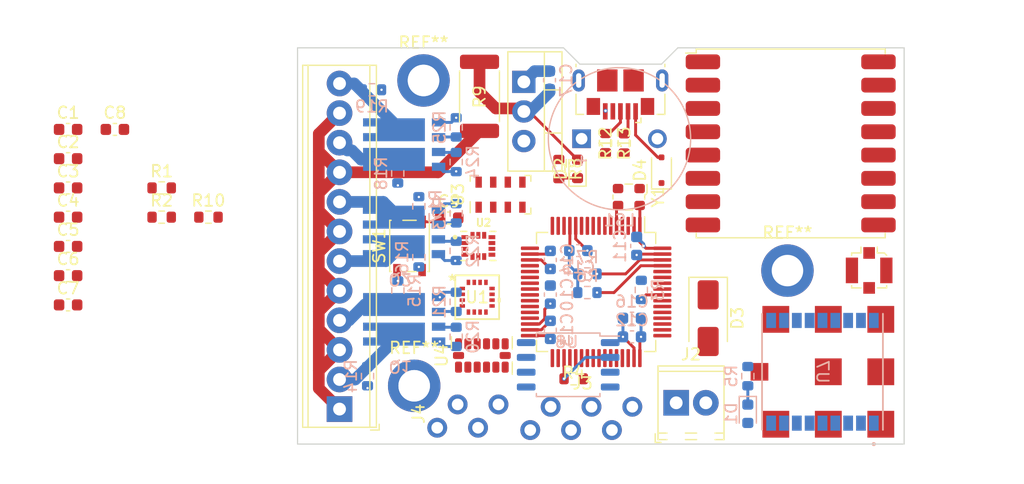
<source format=kicad_pcb>
(kicad_pcb (version 20240108) (generator "pcbnew") (generator_version "8.0")
  (layers (0 "F.Cu" signal) (1 "In1.Cu" signal) (2 "In2.Cu" signal) (3 "In3.Cu" signal) (4 "In4.Cu" signal) (5 "In5.Cu" signal) (6 "In6.Cu" signal) (31 "B.Cu" signal) (34 "B.Paste" user) (35 "F.Paste" user) (36 "B.SilkS" user "B.Silkscreen") (37 "F.SilkS" user "F.Silkscreen") (38 "B.Mask" user) (39 "F.Mask" user) (44 "Edge.Cuts" user))
  (net 0 "")
  (net 1 "+3V3")
  (net 2 "Net-(AE1-A)")
  (net 3 "GNDREF")
  (net 4 "Net-(AE2-A)")
  (net 5 "Net-(U1-CAP)")
  (net 6 "/NRST")
  (net 7 "Net-(U6-VCAP_1)")
  (net 8 "Net-(D3-K)")
  (net 9 "Net-(D1-K)")
  (net 10 "Net-(D1-A)")
  (net 11 "Net-(D2-K)")
  (net 12 "Net-(D4-A)")
  (net 13 "/LIPO+")
  (net 14 "/BOOT0")
  (net 15 "/SWCLK")
  (net 16 "/SWDIO")
  (net 17 "/SERVO1")
  (net 18 "/SERVO2")
  (net 19 "/SERVO3")
  (net 20 "/SERVO4")
  (net 21 "Net-(J5-D-)")
  (net 22 "Net-(J5-D+)")
  (net 25 "Net-(U6-PA9)")
  (net 26 "/PY6")
  (net 27 "/PY5")
  (net 28 "/PY4")
  (net 29 "/PY3")
  (net 30 "/PY2")
  (net 31 "/PY1")
  (net 32 "Net-(U4-~{CS})")
  (net 33 "Net-(R2-Pad1)")
  (net 34 "/MISO1")
  (net 35 "/MISO2")
  (net 36 "/SCL")
  (net 37 "/SDA")
  (net 38 "/D+")
  (net 39 "/D-")
  (net 40 "/SENSE5")
  (net 41 "/SENSE6")
  (net 42 "/SENSE3")
  (net 43 "/SENSE4")
  (net 44 "/SENSE1")
  (net 45 "/SENSE2")
  (net 64 "/MOSI1")
  (net 65 "/SCK1")
  (net 66 "/CS_LoRa")
  (net 67 "/LoRa_RST")
  (net 71 "/LoRa_INT")
  (net 77 "Net-(U6-PH0)")
  (net 79 "/CS_SD")
  (net 80 "/CS_FL")
  (net 85 "/SCK2")
  (net 86 "/MOSI2")
  (net 104 "unconnected-(Y1-Tri-State-Pad1)")
  (net 105 "/4-")
  (net 106 "/5-")
  (net 107 "/6-")
  (net 108 "/1-")
  (net 109 "/2-")
  (net 110 "/3-")
  (net 111 "/PY+")
  (footprint "Button_Switch_SMD:SW_SPST_PTS810" (layer "F.Cu") (at 134.6 97 90)
    (property "Reference" "SW1")
    (property "Value" "PTS810")
  )
  (footprint "Diode_SMD:D_SOD-323F" (layer "F.Cu") (at 156.2 90.5 90)
    (property "Reference" "D4")
    (property "Value" "PMEG1020EJ")
  )
  (footprint "RF_Module:HOPERF_RFM9XW_SMD" (layer "F.Cu") (at 167.275 88.2)
    (property "Reference" "U5" (hide yes))
    (property "Value" "RFM95")
  )
  (footprint "MountingHole:MountingHole_2.7mm_M2.5_ISO14580_Pad_TopBottom" (layer "F.Cu") (at 166.998267 99.115275)
    (property "Reference" "REF**")
    (property "Value" "MountingHole_2.7mm_M2.5_ISO14580_Pad_TopBottom")
  )
  (footprint "TerminalBlock_Phoenix:TerminalBlock_Phoenix_MPT-0,5-12-2.54_1x12_P2.54mm_Horizontal" (layer "F.Cu") (at 128.6 111 90)
    (property "Reference" "J1" (hide yes))
    (property "Value" "Screw_Terminal_01x12")
  )
  (footprint "Package_LGA:LGA-8_3x5mm_P1.25mm" (layer "F.Cu") (at 142.4 92.6 90)
    (property "Reference" "U3")
    (property "Value" "MS5607-02BA")
  )
  (footprint "Oscillator:Oscillator_SMD_ECS_2520MV-xxx-xx-4Pin_2.5x2.0mm" (layer "F.Cu") (at 153.4 92.8 -90)
    (property "Reference" "Y1")
    (property "Value" "ECS-2520MV-xxx-xx")
  )
  (footprint "Connector_Coaxial:U.FL_Molex_MCRF_73412-0110_Vertical" (layer "F.Cu") (at 174 99.1 180)
    (property "Reference" "AE1" (hide yes))
    (property "Value" "CON-SMA-EDGE-S")
  )
  (footprint "Capacitor_SMD:C_0603_1608Metric" (layer "F.Cu") (at 109.3425 87)
    (property "Reference" "C8")
    (property "Value" "10uF")
  )
  (footprint "Connector_PinHeader_2.54mm:PinHeader_1x04_P2.54mm_Vertical" (layer "F.Cu") (at 136.975 112.6 90)
    (property "Reference" "J4")
    (property "Value" "Conn_01x04")
  )
  (footprint "Connector_USB:USB_Micro-B_GCT_USB3076-30-A" (layer "F.Cu") (at 152.68 84 180)
    (property "Reference" "J5" (hide yes))
    (property "Value" "USB_B_Micro")
  )
  (footprint "Resistor_SMD:R_0603_1608Metric" (layer "F.Cu") (at 151.4 88.175 -90)
    (property "Reference" "R12")
    (property "Value" "22Ω")
  )
  (footprint "rev3footprints:MMC5983MA_MEM" (layer "F.Cu") (at 140.4 101.4)
    (property "Reference" "U1")
    (property "Value" "MMC5983MA")
  )
  (footprint "Capacitor_SMD:C_0603_1608Metric" (layer "F.Cu") (at 105.3325 94.53)
    (property "Reference" "C4")
    (property "Value" "100nF")
  )
  (footprint "Resistor_SMD:R_0603_1608Metric" (layer "F.Cu") (at 153 88.2 -90)
    (property "Reference" "R13")
    (property "Value" "22Ω")
  )
  (footprint "Package_LGA:LGA-14_3x5mm_P0.8mm_LayoutBorder1x6y" (layer "F.Cu") (at 140.8 106.4 90)
    (property "Reference" "U4")
    (property "Value" "ADXL375")
  )
  (footprint "Capacitor_SMD:C_0603_1608Metric" (layer "F.Cu") (at 105.3325 92.02)
    (property "Reference" "C3")
    (property "Value" "0.1uF")
  )
  (footprint "MountingHole:MountingHole_2.7mm_M2.5_ISO14580_Pad_TopBottom" (layer "F.Cu") (at 135.8 82.8)
    (property "Reference" "REF**")
    (property "Value" "MountingHole_2.7mm_M2.5_ISO14580_Pad_TopBottom")
  )
  (footprint "rev3footprints:LSM6DSO32TR" (layer "F.Cu") (at 140.5 97)
    (property "Reference" "U2")
    (property "Value" "LSM6DSO32TR")
  )
  (footprint "TerminalBlock_Phoenix:TerminalBlock_Phoenix_MPT-0,5-2-2.54_1x02_P2.54mm_Horizontal" (layer "F.Cu") (at 157.46 110.46)
    (property "Reference" "J2")
    (property "Value" "Screw_Terminal_01x02")
  )
  (footprint "" (layer "F.Cu") (at 135 109)
    (property "Reference" "")
    (property "Value" "")
  )
  (footprint "Capacitor_SMD:C_0603_1608Metric" (layer "F.Cu") (at 105.3325 99.55)
    (property "Reference" "C6")
    (property "Value" "100nF")
  )
  (footprint "Resistor_SMD:R_0603_1608Metric" (layer "F.Cu") (at 147.4 90.4 -90)
    (property "Reference" "R8")
    (property "Value" "22Ω")
  )
  (footprint "MountingHole:MountingHole_2.7mm_M2.5_ISO14580_Pad_TopBottom" (layer "F.Cu") (at 135 109)
    (property "Reference" "REF**")
    (property "Value" "MountingHole_2.7mm_M2.5_ISO14580_Pad_TopBottom")
  )
  (footprint "Capacitor_SMD:C_0603_1608Metric" (layer "F.Cu") (at 105.3325 97.04)
    (property "Reference" "C5")
    (property "Value" "100nF")
  )
  (footprint "Connector_PinHeader_2.54mm:PinHeader_1x06_P2.54mm_Vertical" (layer "F.Cu") (at 144.95 112.8 90)
    (property "Reference" "J3")
    (property "Value" "Conn_01x06")
  )
  (footprint "Diode_SMD:D_SMA" (layer "F.Cu") (at 160.2 103.2 -90)
    (property "Reference" "D3")
    (property "Value" "SK510A-LTP")
  )
  (footprint "rev3footprints:TAOGLAS SGGP.12.4.A.02" (layer "F.Cu") (at 170.5 107.8 -90)
    (property "Reference" "AE2" (hide yes))
    (property "Value" "Patch_Antenna")
  )
  (footprint "Resistor_SMD:R_2512_6332Metric" (layer "F.Cu") (at 140.6 84.1625 90)
    (property "Reference" "R9")
    (property "Value" "CSRT2512FT2R00-UP")
  )
  (footprint "Resistor_SMD:R_0603_1608Metric" (layer "F.Cu") (at 148.671295 108.4)
    (property "Reference" "R4")
    (property "Value" "4.7kΩ")
  )
  (footprint "Capacitor_SMD:C_0603_1608Metric" (layer "F.Cu") (at 105.3325 102.06)
    (property "Reference" "C7")
    (property "Value" "100nF")
  )
  (footprint "LED_SMD:LED_0603_1608Metric" (layer "F.Cu") (at 149 90.3875 90)
    (property "Reference" "D2")
    (property "Value" "LED_BL")
  )
  (footprint "Package_TO_SOT_THT:TO-220-3_Vertical" (layer "F.Cu") (at 144.4 82.92 -90)
    (property "Reference" "U9" (hide yes))
    (property "Value" "LM1085-12")
  )
  (footprint "Capacitor_SMD:C_0603_1608Metric" (layer "F.Cu") (at 105.3325 87)
    (property "Reference" "C1")
    (property "Value" "1nF")
  )
  (footprint "Resistor_SMD:R_0603_1608Metric" (layer "F.Cu") (at 113.3525 94.53)
    (property "Reference" "R2")
    (property "Value" "10kΩ")
  )
  (footprint "Capacitor_SMD:C_0603_1608Metric" (layer "F.Cu") (at 138 94.6)
    (property "Reference" "C9")
    (property "Value" "100nF")
  )
  (footprint "" (layer "F.Cu") (at 135.8 82.8)
    (property "Reference" "")
    (property "Value" "")
  )
  (footprint "Capacitor_SMD:C_0603_1608Metric" (layer "F.Cu") (at 105.3325 89.51)
    (property "Reference" "C2")
    (property "Value" "1uF (tantalum)")
  )
  (footprint "Resistor_SMD:R_0603_1608Metric" (layer "F.Cu") (at 113.3525 92.02)
    (property "Reference" "R1")
    (property "Value" "10kΩ")
  )
  (footprint "Package_QFP:LQFP-64_10x10mm_P0.5mm" (layer "F.Cu") (at 150.596295 100.95 -90)
    (property "Reference" "U6" (hide yes))
    (property "Value" "STM32F446RETx")
  )
  (footprint "Resistor_SMD:R_0603_1608Metric" (layer "F.Cu") (at 117.3625 94.53)
    (property "Reference" "R10")
    (property "Value" "10kΩ")
  )
  (footprint "Resistor_SMD:R_0603_1608Metric" (layer "B.Cu") (at 135.4 97.975 -90)
    (property "Reference" "R16")
    (property "Value" "100Ω")
  )
  (footprint "Resistor_SMD:R_0603_1608Metric" (layer "B.Cu") (at 138.6 89.8 90)
    (property "Reference" "R24")
    (property "Value" "470Ω")
  )
  (footprint "Capacitor_SMD:C_0603_1608Metric" (layer "B.Cu") (at 146.671295 101.175 90)
    (property "Reference" "C10")
    (property "Value" "4.7uF")
  )
  (footprint "rev3footprints:LFPAK56D" (layer "B.Cu") (at 133.8 95.8 -90)
    (property "Reference" "Q2")
    (property "Value" "BUK9K12-60EX_1")
  )
  (footprint "Resistor_SMD:R_0603_1608Metric" (layer "B.Cu") (at 138.6 86.825 -90)
    (property "Reference" "R25")
    (property "Value" "470Ω")
  )
  (footprint "rev3footprints:MAX-M10S-00B" (layer "B.Cu") (at 170 107.8 90)
    (property "Reference" "U7")
    (property "Value" "MAX-M10S-00B")
  )
  (footprint "Resistor_SMD:R_0603_1608Metric" (layer "B.Cu") (at 149.846295 101 180)
    (property "Reference" "R6")
    (property "Value" "10kΩ")
  )
  (footprint "Resistor_SMD:R_0603_1608Metric" (layer "B.Cu") (at 133.59 90.775 -90)
    (property "Reference" "R18")
    (property "Value" "100Ω")
  )
  (footprint "Resistor_SMD:R_0603_1608Metric" (layer "B.Cu") (at 149.846295 99.4 180)
    (property "Reference" "R7")
    (property "Value" "10kΩ")
  )
  (footprint "Resistor_SMD:R_0603_1608Metric" (layer "B.Cu") (at 131.375 83.6)
    (property "Reference" "R19")
    (property "Value" "100Ω")
  )
  (footprint "Package_SO:SOIC-8_5.23x5.23mm_P1.27mm" (layer "B.Cu") (at 148.2 107.2 180)
    (property "Reference" "U8")
    (property "Value" "W25Q32JVSS")
  )
  (footprint "Capacitor_SMD:C_0603_1608Metric" (layer "B.Cu") (at 154.071295 97 -90)
    (property "Reference" "C11")
    (property "Value" "100nF")
  )
  (footprint "LED_SMD:LED_0603_1608Metric" (layer "B.Cu") (at 163.6 111.4 -90)
    (property "Reference" "D1")
    (property "Value" "LED_RD")
  )
  (footprint "Resistor_SMD:R_0603_1608Metric" (layer "B.Cu") (at 138.6 94.2 -90)
    (property "Reference" "R23")
    (property "Value" "470Ω")
  )
  (footprint "Capacitor_SMD:C_0603_1608Metric" (layer "B.Cu") (at 153.671295 103.2 180)
    (property "Reference" "C16")
    (property "Value" "4.7uF")
  )
  (footprint "Capacitor_SMD:C_0603_1608Metric" (layer "B.Cu") (at 146.671295 104.2 90)
    (property "Reference" "C13")
    (property "Value" "100nF")
  )
  (footprint "Capacitor_SMD:C_0603_1608Metric" (layer "B.Cu") (at 146.6 82.775 90)
    (property "Reference" "C17")
    (property "Value" "10µF")
  )
  (footprint "Resistor_SMD:R_0603_1608Metric" (layer "B.Cu") (at 133.6 100.825 90)
    (property "Reference" "R15")
    (property "Value" "100Ω")
  )
  (footprint "rev3footprints:LFPAK56D" (layer "B.Cu") (at 133.817011 88.30184 -90)
    (property "Reference" "Q3" (hide yes))
    (property "Value" "BUK9K12-60EX_1")
  )
  (footprint "Resistor_SMD:R_0603_1608Metric" (layer "B.Cu") (at 135.4 93.6 90)
    (property "Reference" "R17")
    (property "Value" "100Ω")
  )
  (footprint "rev3footprints:LFPAK56D" (layer "B.Cu") (at 133.817011 103.295 -90)
    (property "Reference" "Q1")
    (property "Value" "BUK9K12-60EX_1")
  )
  (footprint "Resistor_SMD:R_0603_1608Metric" (layer "B.Cu") (at 138.6 101.8 -90)
    (property "Reference" "R21")
    (property "Value" "470Ω")
  )
  (footprint "Resistor_SMD:R_0603_1608Metric" (layer "B.Cu") (at 138.6 97.425 90)
    (property "Reference" "R22")
    (property "Value" "470Ω")
  )
  (footprint "Resistor_SMD:R_0603_1608Metric" (layer "B.Cu") (at 131 108.175 -90)
    (property "Reference" "R14")
    (property "Value" "100Ω")
  )
  (footprint "Capacitor_SMD:C_0603_1608Metric" (layer "B.Cu") (at 149.071295 97.4)
    (property "Reference" "C15")
    (property "Value" "100nF")
  )
  (footprint "Buzzer_Beeper:MagneticBuzzer_ProSignal_ABT-410-RC" (layer "B.Cu") (at 149.35 87.8)
    (property "Reference" "LS1")
    (property "Value" "AT-1220-TT")
  )
  (footprint "Capacitor_SMD:C_0603_1608Metric" (layer "B.Cu") (at 153.671295 104.8 180)
    (property "Reference" "C12")
    (property "Value" "100nF")
  )
  (footprint "Capacitor_SMD:C_0603_1608Metric" (layer "B.Cu") (at 146.671295 98.2 90)
    (property "Reference" "C14")
    (property "Value" "100nF")
  )
  (footprint "Resistor_SMD:R_0603_1608Metric" (layer "B.Cu") (at 154.471295 100.775 90)
    (property "Reference" "R3")
    (property "Value" "4.7kΩ")
  )
  (footprint "Resistor_SMD:R_0603_1608Metric" (layer "B.Cu") (at 138.6 104.8 90)
    (property "Reference" "R20")
    (property "Value" "470Ω")
  )
  (footprint "Resistor_SMD:R_0603_1608Metric" (layer "B.Cu") (at 163.6 108.175 -90)
    (property "Reference" "R5")
    (property "Value" "220Ω")
  )
  (gr_line (start 147.8 80) (end 149.2 81.4) (stroke (width 0.1)) (layer "Edge.Cuts"))
  (gr_line (start 156.2 81.4) (end 157.6 80) (stroke (width 0.1)) (layer "Edge.Cuts"))
  (gr_line (start 157.6 80) (end 177 80) (stroke (width 0.1)) (layer "Edge.Cuts"))
  (gr_line (start 177 80) (end 177 114) (stroke (width 0.1)) (layer "Edge.Cuts"))
  (gr_line (start 149.2 81.4) (end 156.2 81.4) (stroke (width 0.1)) (layer "Edge.Cuts"))
  (gr_line (start 177 114) (end 125 114) (stroke (width 0.1)) (layer "Edge.Cuts"))
  (gr_line (start 125 114) (end 125 80) (stroke (width 0.1)) (layer "Edge.Cuts"))
  (gr_line (start 125 80) (end 147.8 80) (stroke (width 0.1)) (layer "Edge.Cuts"))
  (segment (start 154.346295 106.625) (end 154.346295 104.9) (width 0.25) (layer "F.Cu") (net 1))
  (segment (start 144.921295 104.7) (end 146.396295 104.7) (width 0.25) (layer "F.Cu") (net 1))
  (segment (start 145.896295 98.2) (end 146.671295 98.975) (width 0.25) (layer "F.Cu") (net 1))
  (segment (start 149 89.6) (end 144.86 85.46) (width 0.25) (layer "F.Cu") (net 1))
  (segment (start 144.86 85.46) (end 144.4 85.46) (width 0.25) (layer "F.Cu") (net 1))
  (segment (start 154.475 103.3) (end 154.575 103.2) (width 0.25) (layer "F.Cu") (net 1))
  (segment (start 144.921295 98.2) (end 145.896295 98.2) (width 0.25) (layer "F.Cu") (net 1))
  (segment (start 156.271295 97.2) (end 154.871295 97.2) (width 0.25) (layer "F.Cu") (net 1))
  (segment (start 148.346295 95.275) (end 148.346295 97.35) (width 0.25) (layer "F.Cu") (net 1))
  (segment (start 154.346295 95.275) (end 154.346295 96.675) (width 0.25) (layer "F.Cu") (net 1))
  (segment (start 154.346295 95.275) (end 154.346295 93.675) (width 0.25) (layer "F.Cu") (net 1))
  (segment (start 140.6 83.8) (end 142 85.2) (width 1) (layer "F.Cu") (net 1))
  (segment (start 154.346295 96.675) (end 154.671295 97) (width 0.25) (layer "F.Cu") (net 1))
  (segment (start 142 85.2) (end 144.14 85.2) (width 1) (layer "F.Cu") (net 1))
  (segment (start 140.6 81.2) (end 140.6 83.8) (width 1) (layer "F.Cu") (net 1))
  (segment (start 154.871295 97.2) (end 154.671295 97) (width 0.25) (layer "F.Cu") (net 1))
  (segment (start 146.396295 104.7) (end 146.671295 104.975) (width 0.25) (layer "F.Cu") (net 1))
  (segment (start 144.14 85.2) (end 144.4 85.46) (width 1) (layer "F.Cu") (net 1))
  (segment (start 148.346295 97.35) (end 148.296295 97.4) (width 0.25) (layer "F.Cu") (net 1))
  (via (at 146.671295 98.975) (size 0.35) (drill 0.2) (layers "F.Cu" "B.Cu") (net 1))
  (via (at 154.446295 104.8) (size 0.35) (drill 0.2) (layers "F.Cu" "B.Cu") (net 1))
  (via (at 154.671295 97) (size 0.35) (drill 0.2) (layers "F.Cu" "B.Cu") (net 1))
  (via (at 146.671295 104.975) (size 0.35) (drill 0.2) (layers "F.Cu" "B.Cu") (net 1))
  (via (at 148.296295 97.4) (size 0.35) (drill 0.2) (layers "F.Cu" "B.Cu") (net 1))
  (segment (start 148.296295 97.4) (end 148.296295 98.675) (width 0.25) (layer "B.Cu") (net 1))
  (segment (start 146.6 83.8) (end 144.94 85.46) (width 1) (layer "B.Cu") (net 1))
  (segment (start 146.6 83.55) (end 146.6 83.8) (width 1) (layer "B.Cu") (net 1))
  (segment (start 149.021295 101) (end 149.021295 99.4) (width 0.25) (layer "B.Cu") (net 1))
  (segment (start 144.94 85.46) (end 144.4 85.46) (width 1) (layer "B.Cu") (net 1))
  (segment (start 154.446295 104.8) (end 154.446295 103.2) (width 0.25) (layer "B.Cu") (net 1))
  (segment (start 154.671295 96.825) (end 154.071295 96.225) (width 0.25) (layer "B.Cu") (net 1))
  (segment (start 154.671295 97) (end 154.671295 96.825) (width 0.25) (layer "B.Cu") (net 1))
  (segment (start 148.296295 98.675) (end 149.021295 99.4) (width 0.25) (layer "B.Cu") (net 1))
  (segment (start 145.896295 104.2) (end 146.671295 103.425) (width 0.25) (layer "F.Cu") (net 3))
  (segment (start 153.846295 106.625) (end 153.846295 105.75) (width 0.25) (layer "F.Cu") (net 3))
  (segment (start 144.921295 104.2) (end 145.896295 104.2) (width 0.25) (layer "F.Cu") (net 3))
  (segment (start 154.146295 97.7) (end 154.071295 97.775) (width 0.25) (layer "F.Cu") (net 3))
  (segment (start 144.921295 97.7) (end 146.396295 97.7) (width 0.25) (layer "F.Cu") (net 3))
  (segment (start 156.271295 97.7) (end 154.146295 97.7) (width 0.25) (layer "F.Cu") (net 3))
  (segment (start 148.846295 95.275) (end 148.846295 96.4) (width 0.25) (layer "F.Cu") (net 3))
  (segment (start 148.846295 96.4) (end 149.846295 97.4) (width 0.25) (layer "F.Cu") (net 3))
  (segment (start 146.396295 97.7) (end 146.671295 97.425) (width 0.25) (layer "F.Cu") (net 3))
  (segment (start 153.846295 105.75) (end 152.896295 104.8) (width 0.25) (layer "F.Cu") (net 3))
  (via (at 138.6 93.4) (size 0.35) (drill 0.2) (layers "F.Cu" "B.Cu") (net 3))
  (via (at 151.4 85.4) (size 0.35) (drill 0.2) (layers "F.Cu" "B.Cu") (net 3))
  (via (at 146.671295 97.425) (size 0.35) (drill 0.2) (layers "F.Cu" "B.Cu") (net 3))
  (via (at 138.514333 98.280843) (size 0.35) (drill 0.2) (layers "F.Cu" "B.Cu") (net 3))
  (via (at 137.2 101.4) (size 0.35) (drill 0.2) (layers "F.Cu" "B.Cu") (net 3))
  (via (at 149.846295 97.4) (size 0.35) (drill 0.2) (layers "F.Cu" "B.Cu") (net 3))
  (via (at 154.071295 97.775) (size 0.35) (drill 0.2) (layers "F.Cu" "B.Cu") (net 3))
  (via (at 138.6 86) (size 0.35) (drill 0.2) (layers "F.Cu" "B.Cu") (net 3))
  (via (at 152.896295 104.8) (size 0.35) (drill 0.2) (layers "F.Cu" "B.Cu") (net 3))
  (via (at 146.671295 103.425) (size 0.35) (drill 0.2) (layers "F.Cu" "B.Cu") (net 3))
  (via (at 138.6 90.6) (size 0.35) (drill 0.2) (layers "F.Cu" "B.Cu") (net 3))
  (via (at 137.2 105.2) (size 0.35) (drill 0.2) (layers "F.Cu" "B.Cu") (net 3))
  (segment (start 137.2 101.282011) (end 137.2 101.4) (width 0.25) (layer "B.Cu") (net 3))
  (segment (start 138.6 98.25) (end 138.545176 98.25) (width 0.25) (layer "B.Cu") (net 3))
  (segment (start 138.545176 98.25) (end 138.514333 98.280843) (width 0.25) (layer "B.Cu") (net 3))
  (segment (start 137.507011 100.975) (end 137.2 101.282011) (width 0.25) (layer "B.Cu") (net 3))
  (segment (start 137.082011 101.4) (end 137.092011 101.39) (width 0.25) (layer "B.Cu") (net 3))
  (segment (start 137.2 105.2) (end 137.092011 105.2) (width 0.25) (layer "B.Cu") (net 3))
  (segment (start 138.6 90.625) (end 138.6 90.6) (width 0.25) (layer "B.Cu") (net 3))
  (segment (start 138.514333 98.280843) (end 138.48349 98.25) (width 0.25) (layer "B.Cu") (net 3))
  (segment (start 152.896295 104.8) (end 152.896295 103.2) (width 0.25) (layer "B.Cu") (net 3))
  (segment (start 138.6 100.975) (end 137.507011 100.975) (width 0.25) (layer "B.Cu") (net 3))
  (segment (start 138.6 105.625) (end 137.517011 105.625) (width 0.25) (layer "B.Cu") (net 3))
  (segment (start 137.092011 105.2) (end 137.092011 105.2) (width 0.25) (layer "B.Cu") (net 3))
  (segment (start 137.2 101.4) (end 137.082011 101.4) (width 0.25) (layer "B.Cu") (net 3))
  (segment (start 138.6 90.6) (end 137.510171 90.625) (width 0.25) (layer "B.Cu") (net 3))
  (segment (start 145.32 82) (end 144.4 82.92) (width 1) (layer "B.Cu") (net 3))
  (segment (start 138.48349 98.25) (end 137.62 98.25) (width 0.25) (layer "B.Cu") (net 3))
  (segment (start 138.6 93.4) (end 137.595 93.375) (width 0.25) (layer "B.Cu") (net 3))
  (segment (start 146.6 82) (end 145.32 82) (width 1) (layer "B.Cu") (net 3))
  (segment (start 137.092011 86.39684) (end 138.20316 86.39684) (width 0.25) (layer "B.Cu") (net 3))
  (segment (start 137.2 105.307989) (end 137.2 105.2) (width 0.25) (layer "B.Cu") (net 3))
  (segment (start 137.517011 105.625) (end 137.2 105.307989) (width 0.25) (layer "B.Cu") (net 3))
  (segment (start 137.595 93.375) (end 137.075 93.895) (width 0.25) (layer "B.Cu") (net 3))
  (segment (start 138.6 93.375) (end 138.6 93.4) (width 0.25) (layer "B.Cu") (net 3))
  (segment (start 137.62 98.25) (end 137.075 97.705) (width 0.25) (layer "B.Cu") (net 3))
  (segment (start 137.510171 90.625) (end 137.092011 90.20684) (width 0.25) (layer "B.Cu") (net 3))
  (segment (start 138.20316 86.39684) (end 138.6 86) (width 0.25) (layer "B.Cu") (net 3))
  (segment (start 135.675 94.925) (end 136.9 94.925) (width 0.25) (layer "F.Cu") (net 6))
  (segment (start 136.9 94.925) (end 137.225 94.6) (width 0.25) (layer "F.Cu") (net 6))
  (segment (start 145.732663 103.7) (end 146.192295 103.240368) (width 0.25) (layer "F.Cu") (net 7))
  (segment (start 146.192295 102.429) (end 146.671295 101.95) (width 0.25) (layer "F.Cu") (net 7))
  (segment (start 144.921295 103.7) (end 145.732663 103.7) (width 0.25) (layer "F.Cu") (net 7))
  (segment (start 146.192295 103.240368) (end 146.192295 102.429) (width 0.25) (layer "F.Cu") (net 7))
  (via (at 146.671295 101.95) (size 0.35) (drill 0.2) (layers "F.Cu" "B.Cu") (net 7))
  (segment (start 163.6 110.6125) (end 163.6 109) (width 0.25) (layer "B.Cu") (net 9))
  (segment (start 147.45 91.175) (end 147.4 91.225) (width 0.25) (layer "F.Cu") (net 11))
  (segment (start 149 91.175) (end 147.45 91.175) (width 0.25) (layer "F.Cu") (net 11))
  (segment (start 155.890405 89.4) (end 156.2 89.4) (width 0.25) (layer "F.Cu") (net 12))
  (segment (start 153.98 85.45) (end 153.98 87.489595) (width 0.25) (layer "F.Cu") (net 12))
  (segment (start 153.98 87.489595) (end 155.890405 89.4) (width 0.25) (layer "F.Cu") (net 12))
  (segment (start 153.33 87.045) (end 153 87.375) (width 0.25) (layer "F.Cu") (net 21))
  (segment (start 153.33 85.45) (end 153.33 87.045) (width 0.25) (layer "F.Cu") (net 21))
  (segment (start 152.68 85.45) (end 152.68 86.4) (width 0.25) (layer "F.Cu") (net 22))
  (segment (start 151.73 87.35) (end 151.4 87.35) (width 0.25) (layer "F.Cu") (net 22))
  (segment (start 152.68 86.4) (end 151.73 87.35) (width 0.25) (layer "F.Cu") (net 22))
  (segment (start 138.6 103.975) (end 137.137011 103.975) (width 0.25) (layer "B.Cu") (net 26))
  (segment (start 137.137011 103.975) (end 137.092011 103.93) (width 0.25) (layer "B.Cu") (net 26))
  (segment (start 138.6 102.625) (end 137.127011 102.625) (width 0.25) (layer "B.Cu") (net 27))
  (segment (start 137.127011 102.625) (end 137.092011 102.66) (width 0.25) (layer "B.Cu") (net 27))
  (segment (start 138.6 96.6) (end 137.24 96.6) (width 0.25) (layer "B.Cu") (net 28))
  (segment (start 137.24 96.6) (end 137.075 96.435) (width 0.25) (layer "B.Cu") (net 28))
  (segment (start 138.6 95.025) (end 137.215 95.025) (width 0.25) (layer "B.Cu") (net 29))
  (segment (start 137.215 95.025) (end 137.075 95.165) (width 0.25) (layer "B.Cu") (net 29))
  (segment (start 137.130171 88.975) (end 137.092011 88.93684) (width 0.25) (layer "B.Cu") (net 30))
  (segment (start 138.6 88.975) (end 137.130171 88.975) (width 0.25) (layer "B.Cu") (net 30))
  (segment (start 138.6 87.65) (end 137.108851 87.65) (width 0.25) (layer "B.Cu") (net 31))
  (segment (start 137.108851 87.65) (end 137.092011 87.66684) (width 0.25) (layer "B.Cu") (net 31))
  (segment (start 154.871295 101.2) (end 154.471295 101.6) (width 0.25) (layer "F.Cu") (net 34))
  (segment (start 156.271295 101.2) (end 154.871295 101.2) (width 0.25) (layer "F.Cu") (net 34))
  (via (at 154.471295 101.6) (size 0.35) (drill 0.2) (layers "F.Cu" "B.Cu") (net 34))
  (segment (start 147.846295 106.625) (end 147.846295 108.4) (width 0.25) (layer "F.Cu") (net 35))
  (via (at 147.846295 108.4) (size 0.35) (drill 0.2) (layers "F.Cu" "B.Cu") (net 35))
  (segment (start 149.681295 106.565) (end 147.846295 108.4) (width 0.25) (layer "B.Cu") (net 35))
  (segment (start 151.8 106.565) (end 149.681295 106.565) (width 0.25) (layer "B.Cu") (net 35))
  (segment (start 156.271295 98.7) (end 154.428704 98.7) (width 0.25) (layer "F.Cu") (net 36))
  (segment (start 154.428704 98.7) (end 152.128704 101) (width 0.25) (layer "F.Cu") (net 36))
  (segment (start 152.128704 101) (end 150.671295 101) (width 0.25) (layer "F.Cu") (net 36))
  (via (at 150.671295 101) (size 0.35) (drill 0.2) (layers "F.Cu" "B.Cu") (net 36))
  (segment (start 154.323704 98.2) (end 153.123704 99.4) (width 0.25) (layer "F.Cu") (net 37))
  (segment (start 156.271295 98.2) (end 154.323704 98.2) (width 0.25) (layer "F.Cu") (net 37))
  (segment (start 153.123704 99.4) (end 150.671295 99.4) (width 0.25) (layer "F.Cu") (net 37))
  (via (at 150.671295 99.4) (size 0.35) (drill 0.2) (layers "F.Cu" "B.Cu") (net 37))
  (via (at 133.6 100) (size 0.35) (drill 0.2) (layers "F.Cu" "B.Cu") (net 40))
  (via (at 131 109.2) (size 0.35) (drill 0.2) (layers "F.Cu" "B.Cu") (net 41))
  (via (at 135.4 92.8) (size 0.35) (drill 0.2) (layers "F.Cu" "B.Cu") (net 42))
  (via (at 135.4 98.8) (size 0.35) (drill 0.2) (layers "F.Cu" "B.Cu") (net 43))
  (via (at 132.2 83.6) (size 0.35) (drill 0.2) (layers "F.Cu" "B.Cu") (net 44))
  (via (at 133.6 91.8) (size 0.35) (drill 0.2) (layers "F.Cu" "B.Cu") (net 45))
  (segment (start 152.346295 95.275) (end 152.346295 93.525) (width 0.25) (layer "F.Cu") (net 77))
  (segment (start 154.475 92.075) (end 154.325 91.925) (width 0.25) (layer "F.Cu") (net 104))
  (segment (start 128.6 98.3) (end 132.581149 98.3) (width 1) (layer "B.Cu") (net 105))
  (segment (start 132.581149 98.3) (end 133.782989 97.09816) (width 1) (layer "B.Cu") (net 105))
  (segment (start 133.68092 102.024426) (end 130.775574 102.024426) (width 1) (layer "B.Cu") (net 106))
  (segment (start 129.42 103.38) (end 128.6 103.38) (width 1) (layer "B.Cu") (net 106))
  (segment (start 130.775574 102.024426) (end 129.42 103.38) (width 1) (layer "B.Cu") (net 106))
  (segment (start 129.94 108.46) (end 130.2 108.2) (width 1) (layer "B.Cu") (net 107))
  (segment (start 128.6 108.46) (end 129.94 108.46) (width 1) (layer "B.Cu") (net 107))
  (segment (start 130.2 108.19316) (end 133.8 104.59316) (width 1) (layer "B.Cu") (net 107))
  (segment (start 130.2 108.2) (end 130.2 108.19316) (width 1) (layer "B.Cu") (net 107))
  (segment (start 133.68092 86.88092) (end 133.68092 87.031266) (width 1) (layer "B.Cu") (net 108))
  (segment (start 129.86 83.06) (end 133.68092 86.88092) (width 1) (layer "B.Cu") (net 108))
  (segment (start 128.6 83.06) (end 129.86 83.06) (width 1) (layer "B.Cu") (net 108))
  (segment (start 128.6 88.14) (end 129.26 88.8) (width 1) (layer "B.Cu") (net 109))
  (segment (start 129.26 88.8) (end 129.66 88.8) (width 1) (layer "B.Cu") (net 109))
  (segment (start 130.46 89.6) (end 133.8 89.6) (width 1) (layer "B.Cu") (net 109))
  (segment (start 129.66 88.8) (end 130.46 89.6) (width 1) (layer "B.Cu") (net 109))
  (segment (start 132.354483 93.22) (end 133.663909 94.529426) (width 1) (layer "B.Cu") (net 110))
  (segment (start 128.6 93.22) (end 132.354483 93.22) (width 1) (layer "B.Cu") (net 110))
  (segment (start 126.8222 99.0622) (end 128.6 100.84) (width 1) (layer "F.Cu") (net 111))
  (segment (start 126.8222 92.4578) (end 126.8222 93.9822) (width 1) (layer "F.Cu") (net 111))
  (segment (start 126.8222 87.3778) (end 128.6 85.6) (width 1) (layer "F.Cu") (net 111))
  (segment (start 126.8222 109.2222) (end 128.6 111) (width 1) (layer "F.Cu") (net 111))
  (segment (start 128.6 95.76) (end 128.6 95.785811) (width 1) (layer "F.Cu") (net 111))
  (segment (start 126.8222 97.563611) (end 126.8222 99.0622) (width 1) (layer "F.Cu") (net 111))
  (segment (start 126.8222 99.0622) (end 126.8222 102.6178) (width 1) (layer "F.Cu") (net 111))
  (segment (start 140.6 87.125) (end 137.045 90.68) (width 1) (layer "F.Cu") (net 111))
  (segment (start 126.8222 93.9822) (end 126.8222 97.563611) (width 1) (layer "F.Cu") (net 111))
  (segment (start 126.8222 88.9022) (end 126.8222 87.3778) (width 1) (layer "F.Cu") (net 111))
  (segment (start 128.6 100.84) (end 126.8222 102.6178) (width 1) (layer "F.Cu") (net 111))
  (segment (start 137.045 90.68) (end 128.6 90.68) (width 1) (layer "F.Cu") (net 111))
  (segment (start 126.8222 88.9022) (end 126.8222 92.4578) (width 1) (layer "F.Cu") (net 111))
  (segment (start 128.6 90.68) (end 126.8222 92.4578) (width 1) (layer "F.Cu") (net 111))
  (segment (start 126.8222 107.6978) (end 126.8222 109.2222) (width 1) (layer "F.Cu") (net 111))
  (segment (start 126.8222 102.6178) (end 126.8222 104.1422) (width 1) (layer "F.Cu") (net 111))
  (segment (start 128.6 90.68) (end 126.8222 88.9022) (width 1) (layer "F.Cu") (net 111))
  (segment (start 126.8222 104.1422) (end 128.6 105.92) (width 1) (layer "F.Cu") (net 111))
  (segment (start 128.6 95.785811) (end 126.8222 97.563611) (width 1) (layer "F.Cu") (net 111))
  (segment (start 128.6 105.92) (end 126.8222 107.6978) (width 1) (layer "F.Cu") (net 111))
  (segment (start 126.8222 104.1422) (end 126.8222 107.6978) (width 1) (layer "F.Cu") (net 111))
  (segment (start 126.8222 93.9822) (end 128.6 95.76) (width 1) (layer "F.Cu") (net 111))
)
</source>
